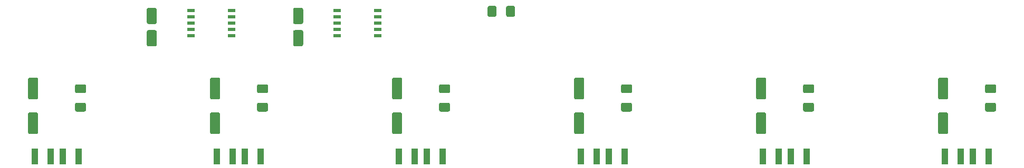
<source format=gbr>
%TF.GenerationSoftware,KiCad,Pcbnew,5.1.10*%
%TF.CreationDate,2021-09-07T22:11:19-04:00*%
%TF.ProjectId,Power Distribution Board Rock64,506f7765-7220-4446-9973-747269627574,rev?*%
%TF.SameCoordinates,Original*%
%TF.FileFunction,Paste,Top*%
%TF.FilePolarity,Positive*%
%FSLAX46Y46*%
G04 Gerber Fmt 4.6, Leading zero omitted, Abs format (unit mm)*
G04 Created by KiCad (PCBNEW 5.1.10) date 2021-09-07 22:11:19*
%MOMM*%
%LPD*%
G01*
G04 APERTURE LIST*
%ADD10R,1.100000X2.500000*%
%ADD11R,1.180000X0.580000*%
G04 APERTURE END LIST*
D10*
%TO.C,J10*%
X244150000Y-137670000D03*
X251150000Y-137670000D03*
X246650000Y-137670000D03*
X248650000Y-137670000D03*
%TD*%
%TO.C,J9*%
X185730000Y-137670000D03*
X192730000Y-137670000D03*
X188230000Y-137670000D03*
X190230000Y-137670000D03*
%TD*%
%TO.C,J8*%
X127310000Y-137670000D03*
X134310000Y-137670000D03*
X129810000Y-137670000D03*
X131810000Y-137670000D03*
%TD*%
%TO.C,J4*%
X214940000Y-137670000D03*
X221940000Y-137670000D03*
X217440000Y-137670000D03*
X219440000Y-137670000D03*
%TD*%
%TO.C,J3*%
X156520000Y-137670000D03*
X163520000Y-137670000D03*
X159020000Y-137670000D03*
X161020000Y-137670000D03*
%TD*%
%TO.C,J2*%
X98100000Y-137670000D03*
X105100000Y-137670000D03*
X100600000Y-137670000D03*
X102600000Y-137670000D03*
%TD*%
D11*
%TO.C,U2*%
X146610000Y-118205000D03*
X153110000Y-118205000D03*
X146610000Y-117205000D03*
X153110000Y-117205000D03*
X146610000Y-116205000D03*
X153110000Y-116205000D03*
X146610000Y-115205000D03*
X153110000Y-115205000D03*
X146610000Y-114205000D03*
X153110000Y-114205000D03*
%TD*%
%TO.C,U1*%
X123115000Y-118205000D03*
X129615000Y-118205000D03*
X123115000Y-117205000D03*
X129615000Y-117205000D03*
X123115000Y-116205000D03*
X129615000Y-116205000D03*
X123115000Y-115205000D03*
X129615000Y-115205000D03*
X123115000Y-114205000D03*
X129615000Y-114205000D03*
%TD*%
%TO.C,R1*%
G36*
G01*
X173712500Y-114925000D02*
X173712500Y-113675000D01*
G75*
G02*
X173962500Y-113425000I250000J0D01*
G01*
X174887500Y-113425000D01*
G75*
G02*
X175137500Y-113675000I0J-250000D01*
G01*
X175137500Y-114925000D01*
G75*
G02*
X174887500Y-115175000I-250000J0D01*
G01*
X173962500Y-115175000D01*
G75*
G02*
X173712500Y-114925000I0J250000D01*
G01*
G37*
G36*
G01*
X170737500Y-114925000D02*
X170737500Y-113675000D01*
G75*
G02*
X170987500Y-113425000I250000J0D01*
G01*
X171912500Y-113425000D01*
G75*
G02*
X172162500Y-113675000I0J-250000D01*
G01*
X172162500Y-114925000D01*
G75*
G02*
X171912500Y-115175000I-250000J0D01*
G01*
X170987500Y-115175000D01*
G75*
G02*
X170737500Y-114925000I0J250000D01*
G01*
G37*
%TD*%
%TO.C,C14*%
G36*
G01*
X139785000Y-117340000D02*
X140885000Y-117340000D01*
G75*
G02*
X141135000Y-117590000I0J-250000D01*
G01*
X141135000Y-119690000D01*
G75*
G02*
X140885000Y-119940000I-250000J0D01*
G01*
X139785000Y-119940000D01*
G75*
G02*
X139535000Y-119690000I0J250000D01*
G01*
X139535000Y-117590000D01*
G75*
G02*
X139785000Y-117340000I250000J0D01*
G01*
G37*
G36*
G01*
X139785000Y-113740000D02*
X140885000Y-113740000D01*
G75*
G02*
X141135000Y-113990000I0J-250000D01*
G01*
X141135000Y-116090000D01*
G75*
G02*
X140885000Y-116340000I-250000J0D01*
G01*
X139785000Y-116340000D01*
G75*
G02*
X139535000Y-116090000I0J250000D01*
G01*
X139535000Y-113990000D01*
G75*
G02*
X139785000Y-113740000I250000J0D01*
G01*
G37*
%TD*%
%TO.C,C13*%
G36*
G01*
X116290000Y-117340000D02*
X117390000Y-117340000D01*
G75*
G02*
X117640000Y-117590000I0J-250000D01*
G01*
X117640000Y-119690000D01*
G75*
G02*
X117390000Y-119940000I-250000J0D01*
G01*
X116290000Y-119940000D01*
G75*
G02*
X116040000Y-119690000I0J250000D01*
G01*
X116040000Y-117590000D01*
G75*
G02*
X116290000Y-117340000I250000J0D01*
G01*
G37*
G36*
G01*
X116290000Y-113740000D02*
X117390000Y-113740000D01*
G75*
G02*
X117640000Y-113990000I0J-250000D01*
G01*
X117640000Y-116090000D01*
G75*
G02*
X117390000Y-116340000I-250000J0D01*
G01*
X116290000Y-116340000D01*
G75*
G02*
X116040000Y-116090000I0J250000D01*
G01*
X116040000Y-113990000D01*
G75*
G02*
X116290000Y-113740000I250000J0D01*
G01*
G37*
%TD*%
%TO.C,C12*%
G36*
G01*
X252085000Y-127495000D02*
X250835000Y-127495000D01*
G75*
G02*
X250585000Y-127245000I0J250000D01*
G01*
X250585000Y-126320000D01*
G75*
G02*
X250835000Y-126070000I250000J0D01*
G01*
X252085000Y-126070000D01*
G75*
G02*
X252335000Y-126320000I0J-250000D01*
G01*
X252335000Y-127245000D01*
G75*
G02*
X252085000Y-127495000I-250000J0D01*
G01*
G37*
G36*
G01*
X252085000Y-130470000D02*
X250835000Y-130470000D01*
G75*
G02*
X250585000Y-130220000I0J250000D01*
G01*
X250585000Y-129295000D01*
G75*
G02*
X250835000Y-129045000I250000J0D01*
G01*
X252085000Y-129045000D01*
G75*
G02*
X252335000Y-129295000I0J-250000D01*
G01*
X252335000Y-130220000D01*
G75*
G02*
X252085000Y-130470000I-250000J0D01*
G01*
G37*
%TD*%
%TO.C,C11*%
G36*
G01*
X193665000Y-127495000D02*
X192415000Y-127495000D01*
G75*
G02*
X192165000Y-127245000I0J250000D01*
G01*
X192165000Y-126320000D01*
G75*
G02*
X192415000Y-126070000I250000J0D01*
G01*
X193665000Y-126070000D01*
G75*
G02*
X193915000Y-126320000I0J-250000D01*
G01*
X193915000Y-127245000D01*
G75*
G02*
X193665000Y-127495000I-250000J0D01*
G01*
G37*
G36*
G01*
X193665000Y-130470000D02*
X192415000Y-130470000D01*
G75*
G02*
X192165000Y-130220000I0J250000D01*
G01*
X192165000Y-129295000D01*
G75*
G02*
X192415000Y-129045000I250000J0D01*
G01*
X193665000Y-129045000D01*
G75*
G02*
X193915000Y-129295000I0J-250000D01*
G01*
X193915000Y-130220000D01*
G75*
G02*
X193665000Y-130470000I-250000J0D01*
G01*
G37*
%TD*%
%TO.C,C10*%
G36*
G01*
X135245000Y-127495000D02*
X133995000Y-127495000D01*
G75*
G02*
X133745000Y-127245000I0J250000D01*
G01*
X133745000Y-126320000D01*
G75*
G02*
X133995000Y-126070000I250000J0D01*
G01*
X135245000Y-126070000D01*
G75*
G02*
X135495000Y-126320000I0J-250000D01*
G01*
X135495000Y-127245000D01*
G75*
G02*
X135245000Y-127495000I-250000J0D01*
G01*
G37*
G36*
G01*
X135245000Y-130470000D02*
X133995000Y-130470000D01*
G75*
G02*
X133745000Y-130220000I0J250000D01*
G01*
X133745000Y-129295000D01*
G75*
G02*
X133995000Y-129045000I250000J0D01*
G01*
X135245000Y-129045000D01*
G75*
G02*
X135495000Y-129295000I0J-250000D01*
G01*
X135495000Y-130220000D01*
G75*
G02*
X135245000Y-130470000I-250000J0D01*
G01*
G37*
%TD*%
%TO.C,C9*%
G36*
G01*
X244390000Y-128490000D02*
X243290000Y-128490000D01*
G75*
G02*
X243040000Y-128240000I0J250000D01*
G01*
X243040000Y-125240000D01*
G75*
G02*
X243290000Y-124990000I250000J0D01*
G01*
X244390000Y-124990000D01*
G75*
G02*
X244640000Y-125240000I0J-250000D01*
G01*
X244640000Y-128240000D01*
G75*
G02*
X244390000Y-128490000I-250000J0D01*
G01*
G37*
G36*
G01*
X244390000Y-134090000D02*
X243290000Y-134090000D01*
G75*
G02*
X243040000Y-133840000I0J250000D01*
G01*
X243040000Y-130840000D01*
G75*
G02*
X243290000Y-130590000I250000J0D01*
G01*
X244390000Y-130590000D01*
G75*
G02*
X244640000Y-130840000I0J-250000D01*
G01*
X244640000Y-133840000D01*
G75*
G02*
X244390000Y-134090000I-250000J0D01*
G01*
G37*
%TD*%
%TO.C,C8*%
G36*
G01*
X185970000Y-128490000D02*
X184870000Y-128490000D01*
G75*
G02*
X184620000Y-128240000I0J250000D01*
G01*
X184620000Y-125240000D01*
G75*
G02*
X184870000Y-124990000I250000J0D01*
G01*
X185970000Y-124990000D01*
G75*
G02*
X186220000Y-125240000I0J-250000D01*
G01*
X186220000Y-128240000D01*
G75*
G02*
X185970000Y-128490000I-250000J0D01*
G01*
G37*
G36*
G01*
X185970000Y-134090000D02*
X184870000Y-134090000D01*
G75*
G02*
X184620000Y-133840000I0J250000D01*
G01*
X184620000Y-130840000D01*
G75*
G02*
X184870000Y-130590000I250000J0D01*
G01*
X185970000Y-130590000D01*
G75*
G02*
X186220000Y-130840000I0J-250000D01*
G01*
X186220000Y-133840000D01*
G75*
G02*
X185970000Y-134090000I-250000J0D01*
G01*
G37*
%TD*%
%TO.C,C7*%
G36*
G01*
X127550000Y-128490000D02*
X126450000Y-128490000D01*
G75*
G02*
X126200000Y-128240000I0J250000D01*
G01*
X126200000Y-125240000D01*
G75*
G02*
X126450000Y-124990000I250000J0D01*
G01*
X127550000Y-124990000D01*
G75*
G02*
X127800000Y-125240000I0J-250000D01*
G01*
X127800000Y-128240000D01*
G75*
G02*
X127550000Y-128490000I-250000J0D01*
G01*
G37*
G36*
G01*
X127550000Y-134090000D02*
X126450000Y-134090000D01*
G75*
G02*
X126200000Y-133840000I0J250000D01*
G01*
X126200000Y-130840000D01*
G75*
G02*
X126450000Y-130590000I250000J0D01*
G01*
X127550000Y-130590000D01*
G75*
G02*
X127800000Y-130840000I0J-250000D01*
G01*
X127800000Y-133840000D01*
G75*
G02*
X127550000Y-134090000I-250000J0D01*
G01*
G37*
%TD*%
%TO.C,C6*%
G36*
G01*
X222875000Y-127495000D02*
X221625000Y-127495000D01*
G75*
G02*
X221375000Y-127245000I0J250000D01*
G01*
X221375000Y-126320000D01*
G75*
G02*
X221625000Y-126070000I250000J0D01*
G01*
X222875000Y-126070000D01*
G75*
G02*
X223125000Y-126320000I0J-250000D01*
G01*
X223125000Y-127245000D01*
G75*
G02*
X222875000Y-127495000I-250000J0D01*
G01*
G37*
G36*
G01*
X222875000Y-130470000D02*
X221625000Y-130470000D01*
G75*
G02*
X221375000Y-130220000I0J250000D01*
G01*
X221375000Y-129295000D01*
G75*
G02*
X221625000Y-129045000I250000J0D01*
G01*
X222875000Y-129045000D01*
G75*
G02*
X223125000Y-129295000I0J-250000D01*
G01*
X223125000Y-130220000D01*
G75*
G02*
X222875000Y-130470000I-250000J0D01*
G01*
G37*
%TD*%
%TO.C,C5*%
G36*
G01*
X164455000Y-127495000D02*
X163205000Y-127495000D01*
G75*
G02*
X162955000Y-127245000I0J250000D01*
G01*
X162955000Y-126320000D01*
G75*
G02*
X163205000Y-126070000I250000J0D01*
G01*
X164455000Y-126070000D01*
G75*
G02*
X164705000Y-126320000I0J-250000D01*
G01*
X164705000Y-127245000D01*
G75*
G02*
X164455000Y-127495000I-250000J0D01*
G01*
G37*
G36*
G01*
X164455000Y-130470000D02*
X163205000Y-130470000D01*
G75*
G02*
X162955000Y-130220000I0J250000D01*
G01*
X162955000Y-129295000D01*
G75*
G02*
X163205000Y-129045000I250000J0D01*
G01*
X164455000Y-129045000D01*
G75*
G02*
X164705000Y-129295000I0J-250000D01*
G01*
X164705000Y-130220000D01*
G75*
G02*
X164455000Y-130470000I-250000J0D01*
G01*
G37*
%TD*%
%TO.C,C4*%
G36*
G01*
X106035000Y-127495000D02*
X104785000Y-127495000D01*
G75*
G02*
X104535000Y-127245000I0J250000D01*
G01*
X104535000Y-126320000D01*
G75*
G02*
X104785000Y-126070000I250000J0D01*
G01*
X106035000Y-126070000D01*
G75*
G02*
X106285000Y-126320000I0J-250000D01*
G01*
X106285000Y-127245000D01*
G75*
G02*
X106035000Y-127495000I-250000J0D01*
G01*
G37*
G36*
G01*
X106035000Y-130470000D02*
X104785000Y-130470000D01*
G75*
G02*
X104535000Y-130220000I0J250000D01*
G01*
X104535000Y-129295000D01*
G75*
G02*
X104785000Y-129045000I250000J0D01*
G01*
X106035000Y-129045000D01*
G75*
G02*
X106285000Y-129295000I0J-250000D01*
G01*
X106285000Y-130220000D01*
G75*
G02*
X106035000Y-130470000I-250000J0D01*
G01*
G37*
%TD*%
%TO.C,C3*%
G36*
G01*
X215180000Y-128490000D02*
X214080000Y-128490000D01*
G75*
G02*
X213830000Y-128240000I0J250000D01*
G01*
X213830000Y-125240000D01*
G75*
G02*
X214080000Y-124990000I250000J0D01*
G01*
X215180000Y-124990000D01*
G75*
G02*
X215430000Y-125240000I0J-250000D01*
G01*
X215430000Y-128240000D01*
G75*
G02*
X215180000Y-128490000I-250000J0D01*
G01*
G37*
G36*
G01*
X215180000Y-134090000D02*
X214080000Y-134090000D01*
G75*
G02*
X213830000Y-133840000I0J250000D01*
G01*
X213830000Y-130840000D01*
G75*
G02*
X214080000Y-130590000I250000J0D01*
G01*
X215180000Y-130590000D01*
G75*
G02*
X215430000Y-130840000I0J-250000D01*
G01*
X215430000Y-133840000D01*
G75*
G02*
X215180000Y-134090000I-250000J0D01*
G01*
G37*
%TD*%
%TO.C,C2*%
G36*
G01*
X156760000Y-128490000D02*
X155660000Y-128490000D01*
G75*
G02*
X155410000Y-128240000I0J250000D01*
G01*
X155410000Y-125240000D01*
G75*
G02*
X155660000Y-124990000I250000J0D01*
G01*
X156760000Y-124990000D01*
G75*
G02*
X157010000Y-125240000I0J-250000D01*
G01*
X157010000Y-128240000D01*
G75*
G02*
X156760000Y-128490000I-250000J0D01*
G01*
G37*
G36*
G01*
X156760000Y-134090000D02*
X155660000Y-134090000D01*
G75*
G02*
X155410000Y-133840000I0J250000D01*
G01*
X155410000Y-130840000D01*
G75*
G02*
X155660000Y-130590000I250000J0D01*
G01*
X156760000Y-130590000D01*
G75*
G02*
X157010000Y-130840000I0J-250000D01*
G01*
X157010000Y-133840000D01*
G75*
G02*
X156760000Y-134090000I-250000J0D01*
G01*
G37*
%TD*%
%TO.C,C1*%
G36*
G01*
X98340000Y-128490000D02*
X97240000Y-128490000D01*
G75*
G02*
X96990000Y-128240000I0J250000D01*
G01*
X96990000Y-125240000D01*
G75*
G02*
X97240000Y-124990000I250000J0D01*
G01*
X98340000Y-124990000D01*
G75*
G02*
X98590000Y-125240000I0J-250000D01*
G01*
X98590000Y-128240000D01*
G75*
G02*
X98340000Y-128490000I-250000J0D01*
G01*
G37*
G36*
G01*
X98340000Y-134090000D02*
X97240000Y-134090000D01*
G75*
G02*
X96990000Y-133840000I0J250000D01*
G01*
X96990000Y-130840000D01*
G75*
G02*
X97240000Y-130590000I250000J0D01*
G01*
X98340000Y-130590000D01*
G75*
G02*
X98590000Y-130840000I0J-250000D01*
G01*
X98590000Y-133840000D01*
G75*
G02*
X98340000Y-134090000I-250000J0D01*
G01*
G37*
%TD*%
M02*

</source>
